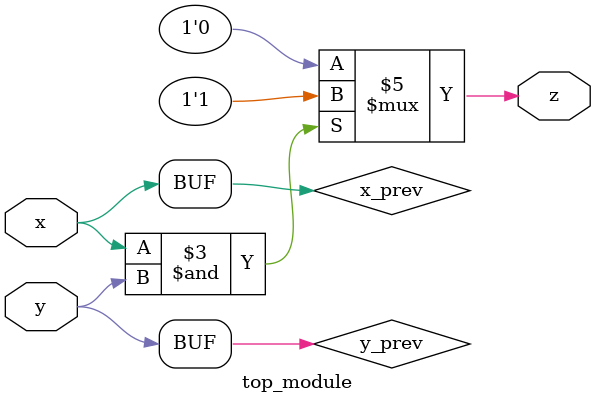
<source format=sv>
module top_module(
  input x,
  input y,
  output reg z
);
  
  reg x_prev, y_prev;
  
  always @(x or y) begin
    x_prev <= x;
    y_prev <= y;
  end
  
  always @(x_prev or y_prev) begin
    if(x_prev & y_prev)
      z <= 1;
    else
      z <= 0;
  end
  
endmodule

</source>
